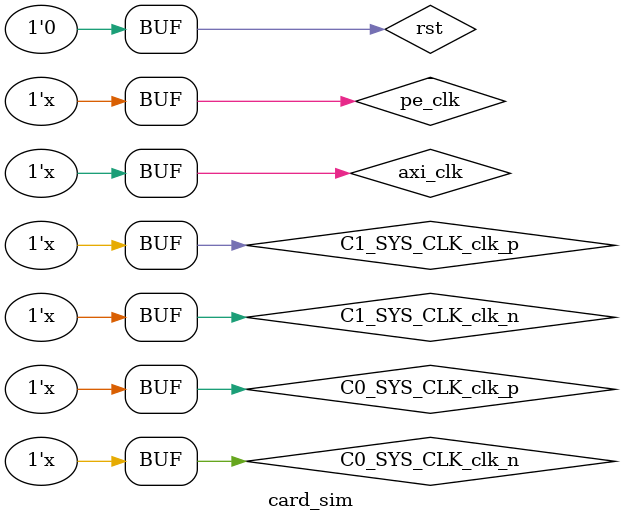
<source format=v>
`timescale 1ns / 1ps
`include "usr_ddr4_define.vh"
module card_sim ();

   localparam DATA_WIDTH = 256;
   localparam ADDR_WIDTH = 64;
   localparam MASK_WIDTH = DATA_WIDTH/8;
   localparam ID_WIDTH   = 4;
   localparam ADDR_ALIGN_BITS = $clog2(MASK_WIDTH);

   localparam AXI_CLK_PERIOD = 2;
   localparam PE_CLK_PERIOD  = 5;
   localparam C0_SYS_CLK_PERIOD =2.5;

   reg rst;
   reg axi_clk;
   reg pe_clk;
   reg C0_SYS_CLK_clk_p;
   reg C0_SYS_CLK_clk_n;
   reg C1_SYS_CLK_clk_p;
   reg C1_SYS_CLK_clk_n;
   reg C2_SYS_CLK_clk_p;
   reg C2_SYS_CLK_clk_n;
   reg C3_SYS_CLK_clk_p;
   reg C3_SYS_CLK_clk_n;

   wire   [ADDR_WIDTH-1:0]  AXI_araddr;
   wire   [1:0]             AXI_arburst;
   wire   [3:0]             AXI_arcache;
   wire   [ID_WIDTH-1:0]    AXI_arid;
   wire   [7:0]             AXI_arlen;
   wire                     AXI_arlock;
   wire   [2:0]             AXI_arprot;
   wire   [3:0]             AXI_arqos;
   wire   [3:0]             AXI_arregion;
   wire                     AXI_arready;
   wire   [2:0]             AXI_arsize;
   wire                     AXI_arvalid;
   // AXI Master AR channel
   wire   [ADDR_WIDTH-1:0]  AXI_awaddr;
   wire   [1:0]             AXI_awburst;
   wire   [3:0]             AXI_awcache;
   wire   [ID_WIDTH-1:0]    AXI_awid;
   wire   [7:0]             AXI_awlen;
   wire                     AXI_awlock;
   wire   [2:0]             AXI_awprot;
   wire   [3:0]             AXI_awqos;
   wire   [3:0]             AXI_awregion;
   wire                     AXI_awready;
   wire   [2:0]             AXI_awsize;
   wire                     AXI_awvalid;
   // AXI Master B channel
   wire   [ID_WIDTH-1:0]    AXI_bid;
   wire                     AXI_bready;
   wire   [1:0]             AXI_bresp;
   wire                     AXI_bvalid;
   // AXI Master R channel
   wire   [DATA_WIDTH-1:0]  AXI_rdata;
   wire   [ID_WIDTH-1:0]    AXI_rid;
   wire                     AXI_rlast;
   wire                     AXI_rready;
   wire   [1:0]             AXI_rresp;
   wire                     AXI_rvalid;
   // AXI Master W channel
   wire   [DATA_WIDTH-1:0]  AXI_wdata;
   wire                     AXI_wlast;
   wire                     AXI_wready;
   wire   [MASK_WIDTH-1:0]  AXI_wstrb;
   wire                     AXI_wvalid;

   // AXI Lite Master AW channel
   wire   [15:0]            AXI_LITE_araddr;
   wire   [2:0]             AXI_LITE_arprot;
   wire                     AXI_LITE_arready;
   wire                     AXI_LITE_arvalid;
   // AXI Lite Master AR channel
   wire   [15:0]            AXI_LITE_awaddr;
   wire   [2:0]             AXI_LITE_awprot;
   wire                     AXI_LITE_awready;
   wire                     AXI_LITE_awvalid;
   // AXI Lite Master B channel
   wire                     AXI_LITE_bready;
   wire   [1:0]             AXI_LITE_bresp;
   wire                     AXI_LITE_bvalid;
   // AXI Lite Master R channel
   wire   [31:0]            AXI_LITE_rdata;
   wire                     AXI_LITE_rready;
   wire   [1:0]             AXI_LITE_rresp;
   wire                     AXI_LITE_rvalid;
   // AXI Lite Master W channel
   wire   [31:0]            AXI_LITE_wdata;
   wire                     AXI_LITE_wready;
   wire   [3:0]             AXI_LITE_wstrb;
   wire                     AXI_LITE_wvalid;

   // interrupt signals
   wire   [15:0]            usr_irq_req;
   wire   [15:0]            usr_irq_ack;

   wire                     C0_DDR4_act_n;
   wire   [16:0]            C0_DDR4_adr;
   wire   [1:0]             C0_DDR4_ba;
   wire   [0:0]             C0_DDR4_bg;
   wire   [0:0]             C0_DDR4_cke;
   wire   [0:0]             C0_DDR4_odt;
   wire   [0:0]             C0_DDR4_cs_n;
   wire   [0:0]             C0_DDR4_ck_t;
   wire   [0:0]             C0_DDR4_ck_c;
   wire                     C0_DDR4_reset_n;
   wire   [8:0]             C0_DDR4_dm_dbi_n;
   wire   [71:0]            C0_DDR4_dq;
   wire   [8:0]             C0_DDR4_dqs_c;
   wire   [8:0]             C0_DDR4_dqs_t;

   wire                     C1_DDR4_act_n;
   wire   [16:0]            C1_DDR4_adr;
   wire   [1:0]             C1_DDR4_ba;
   wire   [0:0]             C1_DDR4_bg;
   wire   [0:0]             C1_DDR4_cke;
   wire   [0:0]             C1_DDR4_odt;
   wire   [0:0]             C1_DDR4_cs_n;
   wire   [0:0]             C1_DDR4_ck_t;
   wire   [0:0]             C1_DDR4_ck_c;
   wire                     C1_DDR4_reset_n;
   wire   [8:0]             C1_DDR4_dm_dbi_n;
   wire   [71:0]            C1_DDR4_dq;
   wire   [8:0]             C1_DDR4_dqs_c;
   wire   [8:0]             C1_DDR4_dqs_t;

   wire                     C2_DDR4_act_n;
   wire   [16:0]            C2_DDR4_adr;
   wire   [1:0]             C2_DDR4_ba;
   wire   [0:0]             C2_DDR4_bg;
   wire   [0:0]             C2_DDR4_cke;
   wire   [0:0]             C2_DDR4_odt;
   wire   [0:0]             C2_DDR4_cs_n;
   wire   [0:0]             C2_DDR4_ck_t;
   wire   [0:0]             C2_DDR4_ck_c;
   wire                     C2_DDR4_reset_n;
   wire   [8:0]             C2_DDR4_dm_dbi_n;
   wire   [71:0]            C2_DDR4_dq;
   wire   [8:0]             C2_DDR4_dqs_c;
   wire   [8:0]             C2_DDR4_dqs_t;

   wire                     C3_DDR4_act_n;
   wire   [16:0]            C3_DDR4_adr;
   wire   [1:0]             C3_DDR4_ba;
   wire   [0:0]             C3_DDR4_bg;
   wire   [0:0]             C3_DDR4_cke;
   wire   [0:0]             C3_DDR4_odt;
   wire   [0:0]             C3_DDR4_cs_n;
   wire   [0:0]             C3_DDR4_ck_t;
   wire   [0:0]             C3_DDR4_ck_c;
   wire                     C3_DDR4_reset_n;
   wire   [8:0]             C3_DDR4_dm_dbi_n;
   wire   [71:0]            C3_DDR4_dq;
   wire   [8:0]             C3_DDR4_dqs_c;
   wire   [8:0]             C3_DDR4_dqs_t;

`ifndef FAST_SIM
   `ifdef USE_DDR4_C0
   dram_wrapper dram_wrapper_c0(
      .c0_ddr4_act_n(C0_DDR4_act_n),
      .c0_ddr4_adr(C0_DDR4_adr),
      .c0_ddr4_ba(C0_DDR4_ba),
      .c0_ddr4_bg(C0_DDR4_bg),
      .c0_ddr4_cke(C0_DDR4_cke),
      .c0_ddr4_odt(C0_DDR4_odt),
      .c0_ddr4_cs_n(C0_DDR4_cs_n),
      .c0_ddr4_ck_t_int(C0_DDR4_ck_t),
      .c0_ddr4_ck_c_int(C0_DDR4_ck_c),
      .c0_ddr4_reset_n(C0_DDR4_reset_n),
      .c0_ddr4_dm_dbi_n(C0_DDR4_dm_dbi_n),
      .c0_ddr4_dq(C0_DDR4_dq),
      .c0_ddr4_dqs_c(C0_DDR4_dqs_c),
      .c0_ddr4_dqs_t(C0_DDR4_dqs_t)
   );
   `endif
   `ifdef USE_DDR4_C1
   dram_wrapper dram_wrapper_c1(
      .c0_ddr4_act_n(C1_DDR4_act_n),
      .c0_ddr4_adr(C1_DDR4_adr),
      .c0_ddr4_ba(C1_DDR4_ba),
      .c0_ddr4_bg(C1_DDR4_bg),
      .c0_ddr4_cke(C1_DDR4_cke),
      .c0_ddr4_odt(C1_DDR4_odt),
      .c0_ddr4_cs_n(C1_DDR4_cs_n),
      .c0_ddr4_ck_t_int(C1_DDR4_ck_t),
      .c0_ddr4_ck_c_int(C1_DDR4_ck_c),
      .c0_ddr4_reset_n(C1_DDR4_reset_n),
      .c0_ddr4_dm_dbi_n(C1_DDR4_dm_dbi_n),
      .c0_ddr4_dq(C1_DDR4_dq),
      .c0_ddr4_dqs_c(C1_DDR4_dqs_c),
      .c0_ddr4_dqs_t(C1_DDR4_dqs_t)
   );
   `endif
   `ifdef USE_DDR4_C2
   dram_wrapper dram_wrapper_c2(
      .c0_ddr4_act_n(C2_DDR4_act_n),
      .c0_ddr4_adr(C2_DDR4_adr),
      .c0_ddr4_ba(C2_DDR4_ba),
      .c0_ddr4_bg(C2_DDR4_bg),
      .c0_ddr4_cke(C2_DDR4_cke),
      .c0_ddr4_odt(C2_DDR4_odt),
      .c0_ddr4_cs_n(C2_DDR4_cs_n),
      .c0_ddr4_ck_t_int(C2_DDR4_ck_t),
      .c0_ddr4_ck_c_int(C2_DDR4_ck_c),
      .c0_ddr4_reset_n(C2_DDR4_reset_n),
      .c0_ddr4_dm_dbi_n(C2_DDR4_dm_dbi_n),
      .c0_ddr4_dq(C2_DDR4_dq),
      .c0_ddr4_dqs_c(C2_DDR4_dqs_c),
      .c0_ddr4_dqs_t(C2_DDR4_dqs_t)
   );
   `endif
   `ifdef USE_DDR4_C3
   dram_wrapper dram_wrapper_c3(
      .c0_ddr4_act_n(C3_DDR4_act_n),
      .c0_ddr4_adr(C3_DDR4_adr),
      .c0_ddr4_ba(C3_DDR4_ba),
      .c0_ddr4_bg(C3_DDR4_bg),
      .c0_ddr4_cke(C3_DDR4_cke),
      .c0_ddr4_odt(C3_DDR4_odt),
      .c0_ddr4_cs_n(C3_DDR4_cs_n),
      .c0_ddr4_ck_t_int(C3_DDR4_ck_t),
      .c0_ddr4_ck_c_int(C3_DDR4_ck_c),
      .c0_ddr4_reset_n(C3_DDR4_reset_n),
      .c0_ddr4_dm_dbi_n(C3_DDR4_dm_dbi_n),
      .c0_ddr4_dq(C3_DDR4_dq),
      .c0_ddr4_dqs_c(C3_DDR4_dqs_c),
      .c0_ddr4_dqs_t(C3_DDR4_dqs_t)
   );
   `endif
`endif

   sp_sim sp_sim(
      .clk(axi_clk),
      .rst(rst),
      // AXI Master AW channel
      .M_AXI_araddr(AXI_araddr),
      .M_AXI_arburst(AXI_arburst),
      .M_AXI_arcache(AXI_arcache),
      .M_AXI_arid(AXI_arid),
      .M_AXI_arlen(AXI_arlen),
      .M_AXI_arlock(AXI_arlock),
      .M_AXI_arprot(AXI_arprot),
      .M_AXI_arqos(AXI_arqos),
      .M_AXI_arregion(AXI_arregion),
      .M_AXI_arready(AXI_arready),
      .M_AXI_arsize(AXI_arsize),
      .M_AXI_arvalid(AXI_arvalid),
      // AXI Master AR channel
      .M_AXI_awaddr(AXI_awaddr),
      .M_AXI_awburst(AXI_awburst),
      .M_AXI_awcache(AXI_awcache),
      .M_AXI_awid(AXI_awid),
      .M_AXI_awlen(AXI_awlen),
      .M_AXI_awlock(AXI_awlock),
      .M_AXI_awprot(AXI_awprot),
      .M_AXI_awqos(AXI_awqos),
      .M_AXI_awregion(AXI_awregion),
      .M_AXI_awready(AXI_awready),
      .M_AXI_awsize(AXI_awsize),
      .M_AXI_awvalid(AXI_awvalid),
      // AXI Master B channel
      .M_AXI_bid(AXI_bid),
      .M_AXI_bready(AXI_bready),
      .M_AXI_bresp(AXI_bresp),
      .M_AXI_bvalid(AXI_bvalid),
      // AXI Master R channel
      .M_AXI_rdata(AXI_rdata),
      .M_AXI_rid(AXI_rid),
      .M_AXI_rlast(AXI_rlast),
      .M_AXI_rready(AXI_rready),
      .M_AXI_rresp(AXI_rresp),
      .M_AXI_rvalid(AXI_rvalid),
      // AXI Master W channel
      .M_AXI_wdata(AXI_wdata),
      .M_AXI_wlast(AXI_wlast),
      .M_AXI_wready(AXI_wready),
      .M_AXI_wstrb(AXI_wstrb),
      .M_AXI_wvalid(AXI_wvalid),

      // AXI Lite Master AW channel
      .M_AXI_LITE_araddr(AXI_LITE_araddr),
      .M_AXI_LITE_arprot(AXI_LITE_arprot),
      .M_AXI_LITE_arready(AXI_LITE_arready),
      .M_AXI_LITE_arvalid(AXI_LITE_arvalid),
      // AXI Lite Master AR channel
      .M_AXI_LITE_awaddr(AXI_LITE_awaddr),
      .M_AXI_LITE_awprot(AXI_LITE_awprot),
      .M_AXI_LITE_awready(AXI_LITE_awready),
      .M_AXI_LITE_awvalid(AXI_LITE_awvalid),
      // AXI Lite Master B channel
      .M_AXI_LITE_bready(AXI_LITE_bready),
      .M_AXI_LITE_bresp(AXI_LITE_bresp),
      .M_AXI_LITE_bvalid(AXI_LITE_bvalid),
      // AXI Lite Master R channel
      .M_AXI_LITE_rdata(AXI_LITE_rdata),
      .M_AXI_LITE_rready(AXI_LITE_rready),
      .M_AXI_LITE_rresp(AXI_LITE_rresp),
      .M_AXI_LITE_rvalid(AXI_LITE_rvalid),
      // AXI Lite Master W channel
      .M_AXI_LITE_wdata(AXI_LITE_wdata),
      .M_AXI_LITE_wready(AXI_LITE_wready),
      .M_AXI_LITE_wstrb(AXI_LITE_wstrb),
      .M_AXI_LITE_wvalid(AXI_LITE_wvalid),
      // interrupt signals
      .usr_irq_req(usr_irq_req),
      .usr_irq_ack(usr_irq_ack)
   );

   rp_sim rp_sim(
      .S_AXI_araddr(AXI_araddr),
      .S_AXI_arburst(AXI_arburst),
      .S_AXI_arcache(AXI_arcache),
      .S_AXI_arid(AXI_arid),
      .S_AXI_arlen(AXI_arlen),
      .S_AXI_arlock(AXI_arlock),
      .S_AXI_arprot(AXI_arprot),
      .S_AXI_arqos(AXI_arqos),
      .S_AXI_arregion(AXI_arregion),
      .S_AXI_arready(AXI_arready),
      .S_AXI_arsize(AXI_arsize),
      .S_AXI_arvalid(AXI_arvalid),
      .S_AXI_awaddr(AXI_awaddr),
      .S_AXI_awburst(AXI_awburst),
      .S_AXI_awcache(AXI_awcache),
      .S_AXI_awid(AXI_awid),
      .S_AXI_awlen(AXI_awlen),
      .S_AXI_awlock(AXI_awlock),
      .S_AXI_awprot(AXI_awprot),
      .S_AXI_awqos(AXI_awqos),
      .S_AXI_awregion(AXI_awregion),
      .S_AXI_awready(AXI_awready),
      .S_AXI_awsize(AXI_awsize),
      .S_AXI_awvalid(AXI_awvalid),
      .S_AXI_bid(AXI_bid),
      .S_AXI_bready(AXI_bready),
      .S_AXI_bresp(AXI_bresp),
      .S_AXI_bvalid(AXI_bvalid),
      .S_AXI_rdata(AXI_rdata),
      .S_AXI_rid(AXI_rid),
      .S_AXI_rlast(AXI_rlast),
      .S_AXI_rready(AXI_rready),
      .S_AXI_rresp(AXI_rresp),
      .S_AXI_rvalid(AXI_rvalid),
      .S_AXI_wdata(AXI_wdata),
      .S_AXI_wlast(AXI_wlast),
      .S_AXI_wready(AXI_wready),
      .S_AXI_wstrb(AXI_wstrb),
      .S_AXI_wvalid(AXI_wvalid),
      .S_AXI_LITE_araddr(AXI_LITE_araddr),
      .S_AXI_LITE_arprot(AXI_LITE_arprot),
      .S_AXI_LITE_arready(AXI_LITE_arready),
      .S_AXI_LITE_arvalid(AXI_LITE_arvalid),
      .S_AXI_LITE_awaddr(AXI_LITE_awaddr),
      .S_AXI_LITE_awprot(AXI_LITE_awprot),
      .S_AXI_LITE_awready(AXI_LITE_awready),
      .S_AXI_LITE_awvalid(AXI_LITE_awvalid),
      .S_AXI_LITE_bready(AXI_LITE_bready),
      .S_AXI_LITE_bresp(AXI_LITE_bresp),
      .S_AXI_LITE_bvalid(AXI_LITE_bvalid),
      .S_AXI_LITE_rdata(AXI_LITE_rdata),
      .S_AXI_LITE_rready(AXI_LITE_rready),
      .S_AXI_LITE_rresp(AXI_LITE_rresp),
      .S_AXI_LITE_rvalid(AXI_LITE_rvalid),
      .S_AXI_LITE_wdata(AXI_LITE_wdata),
      .S_AXI_LITE_wready(AXI_LITE_wready),
      .S_AXI_LITE_wstrb(AXI_LITE_wstrb),
      .S_AXI_LITE_wvalid(AXI_LITE_wvalid),

      .C0_DDR4_act_n(C0_DDR4_act_n),
      .C0_DDR4_adr(C0_DDR4_adr),
      .C0_DDR4_ba(C0_DDR4_ba),
      .C0_DDR4_bg(C0_DDR4_bg),
      .C0_DDR4_ck_c(C0_DDR4_ck_c),
      .C0_DDR4_cke(C0_DDR4_cke),
      .C0_DDR4_cs_n(C0_DDR4_cs_n),
      .C0_DDR4_dm_n(C0_DDR4_dm_n),
      .C0_DDR4_dq(C0_DDR4_dq),
      .C0_DDR4_dqs_c(C0_DDR4_dqs_c),
      .C0_DDR4_odt(C0_DDR4_odt),
      .C0_DDR4_reset_n(C0_DDR4_reset_n),
      .C0_SYS_CLK_clk_n(C0_SYS_CLK_clk_n),
      .C0_SYS_CLK_clk_p(C0_SYS_CLK_clk_p),
      .C0_DDR4_ck_t(C0_DDR4_ck_t),
      .C0_DDR4_dqs_t(C0_DDR4_dqs_t),

      .C1_DDR4_act_n(C1_DDR4_act_n),
      .C1_DDR4_adr(C1_DDR4_adr),
      .C1_DDR4_ba(C1_DDR4_ba),
      .C1_DDR4_bg(C1_DDR4_bg),
      .C1_DDR4_ck_c(C1_DDR4_ck_c),
      .C1_DDR4_cke(C1_DDR4_cke),
      .C1_DDR4_cs_n(C1_DDR4_cs_n),
      .C1_DDR4_dm_n(C1_DDR4_dm_n),
      .C1_DDR4_dq(C1_DDR4_dq),
      .C1_DDR4_dqs_c(C1_DDR4_dqs_c),
      .C1_DDR4_odt(C1_DDR4_odt),
      .C1_DDR4_reset_n(C1_DDR4_reset_n),
      .C1_SYS_CLK_clk_n(C1_SYS_CLK_clk_n),
      .C1_SYS_CLK_clk_p(C1_SYS_CLK_clk_p),
      .C1_DDR4_ck_t(C1_DDR4_ck_t),
      .C1_DDR4_dqs_t(C1_DDR4_dqs_t),

      .C2_DDR4_act_n(C2_DDR4_act_n),
      .C2_DDR4_adr(C2_DDR4_adr),
      .C2_DDR4_ba(C2_DDR4_ba),
      .C2_DDR4_bg(C2_DDR4_bg),
      .C2_DDR4_ck_c(C2_DDR4_ck_c),
      .C2_DDR4_cke(C2_DDR4_cke),
      .C2_DDR4_cs_n(C2_DDR4_cs_n),
      .C2_DDR4_dm_n(C2_DDR4_dm_n),
      .C2_DDR4_dq(C2_DDR4_dq),
      .C2_DDR4_dqs_c(C2_DDR4_dqs_c),
      .C2_DDR4_odt(C2_DDR4_odt),
      .C2_DDR4_reset_n(C2_DDR4_reset_n),
      .C2_SYS_CLK_clk_n(C2_SYS_CLK_clk_n),
      .C2_SYS_CLK_clk_p(C2_SYS_CLK_clk_p),
      .C2_DDR4_ck_t(C2_DDR4_ck_t),
      .C2_DDR4_dqs_t(C2_DDR4_dqs_t),

      .C3_DDR4_act_n(C3_DDR4_act_n),
      .C3_DDR4_adr(C3_DDR4_adr),
      .C3_DDR4_ba(C3_DDR4_ba),
      .C3_DDR4_bg(C3_DDR4_bg),
      .C3_DDR4_ck_c(C3_DDR4_ck_c),
      .C3_DDR4_cke(C3_DDR4_cke),
      .C3_DDR4_cs_n(C3_DDR4_cs_n),
      .C3_DDR4_dm_n(C3_DDR4_dm_n),
      .C3_DDR4_dq(C3_DDR4_dq),
      .C3_DDR4_dqs_c(C3_DDR4_dqs_c),
      .C3_DDR4_odt(C3_DDR4_odt),
      .C3_DDR4_reset_n(C3_DDR4_reset_n),
      .C3_SYS_CLK_clk_n(C3_SYS_CLK_clk_n),
      .C3_SYS_CLK_clk_p(C3_SYS_CLK_clk_p),
      .C3_DDR4_ck_t(C3_DDR4_ck_t),
      .C3_DDR4_dqs_t(C3_DDR4_dqs_t),

      .s_axi_aclk(axi_clk),
      .pe_clk(pe_clk),
      .i_soft_rst_n(1'b1),
      .s_axi_aresetn(~rst),
      .sys_reset(rst),
      .usr_irq_ack(usr_irq_ack),
      .usr_irq_req(usr_irq_req)
   );

///////////simulation start////////////
initial begin
   axi_clk          = 'd0;
   pe_clk           = 'd0;
   rst              = 'd1;
   C0_SYS_CLK_clk_p = 'd1;
   C0_SYS_CLK_clk_n = 'd0;
   C1_SYS_CLK_clk_p = 'd1;
   C1_SYS_CLK_clk_n = 'd0;
   #100;
   rst         = 'd0;
end

always begin
   #AXI_CLK_PERIOD;
   axi_clk = ~axi_clk;
end

always begin
   #PE_CLK_PERIOD;
   pe_clk = ~pe_clk;
end

always begin
   #C0_SYS_CLK_PERIOD;
   C0_SYS_CLK_clk_p = ~C0_SYS_CLK_clk_p;
end

always begin
   #C0_SYS_CLK_PERIOD;
   C0_SYS_CLK_clk_n = ~C0_SYS_CLK_clk_n;
end

always begin
   #C0_SYS_CLK_PERIOD;
   C1_SYS_CLK_clk_p = ~C1_SYS_CLK_clk_p;
end

always begin
   #C0_SYS_CLK_PERIOD;
    C1_SYS_CLK_clk_n = ~C1_SYS_CLK_clk_n;
end

endmodule

</source>
